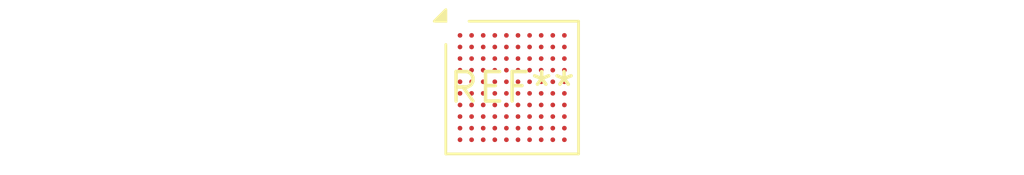
<source format=kicad_pcb>
(kicad_pcb (version 20240108) (generator pcbnew)
  (layers (0 "F.Cu" signal) (31 "B.Cu" signal) (34 "B.Paste" user) (35 "F.Paste" user) (36 "B.SilkS" user "B.Silkscreen") (37 "F.SilkS" user "F.Silkscreen") (38 "B.Mask" user) (39 "F.Mask" user) (44 "Edge.Cuts" user))
  (net 0 "")
  (footprint "TFBGA-100_5.5x5.5mm_Layout10x10_P0.5mm" (layer "F.Cu") (at 0 0)
    (property "Reference" "REF**")
    (property "Value" "TFBGA-100_5.5x5.5mm_Layout10x10_P0.5mm")
    (fp_line (start -2.86 2.86) (end -2.86 -1.86) (layer "F.SilkS") (stroke (width 0.12)))
    (fp_line (start -1.86 -2.86) (end 2.86 -2.86) (layer "F.SilkS") (stroke (width 0.12)))
    (fp_line (start 2.86 -2.86) (end 2.86 2.86) (layer "F.SilkS") (stroke (width 0.12)))
    (fp_line (start 2.86 2.86) (end -2.86 2.86) (layer "F.SilkS") (stroke (width 0.12)))
    (fp_poly (pts (xy -2.86 -2.86) (xy -3.36 -2.86) (xy -2.86 -3.36) (xy -2.86 -2.86)) (layer "F.SilkS") (stroke (width 0.12)) (fill solid))
    (pad "A1" smd circle (at -2.25 -2.25) (size 0.2 0.2) (property pad_prop_bga) (layers "F.Cu" "F.Paste" "F.Mask"))
    (pad "A2" smd circle (at -1.75 -2.25) (size 0.2 0.2) (property pad_prop_bga) (layers "F.Cu" "F.Paste" "F.Mask"))
    (pad "A3" smd circle (at -1.25 -2.25) (size 0.2 0.2) (property pad_prop_bga) (layers "F.Cu" "F.Paste" "F.Mask"))
    (pad "A4" smd circle (at -0.75 -2.25) (size 0.2 0.2) (property pad_prop_bga) (layers "F.Cu" "F.Paste" "F.Mask"))
    (pad "A5" smd circle (at -0.25 -2.25) (size 0.2 0.2) (property pad_prop_bga) (layers "F.Cu" "F.Paste" "F.Mask"))
    (pad "A6" smd circle (at 0.25 -2.25) (size 0.2 0.2) (property pad_prop_bga) (layers "F.Cu" "F.Paste" "F.Mask"))
    (pad "A7" smd circle (at 0.75 -2.25) (size 0.2 0.2) (property pad_prop_bga) (layers "F.Cu" "F.Paste" "F.Mask"))
    (pad "A8" smd circle (at 1.25 -2.25) (size 0.2 0.2) (property pad_prop_bga) (layers "F.Cu" "F.Paste" "F.Mask"))
    (pad "A9" smd circle (at 1.75 -2.25) (size 0.2 0.2) (property pad_prop_bga) (layers "F.Cu" "F.Paste" "F.Mask"))
    (pad "A10" smd circle (at 2.25 -2.25) (size 0.2 0.2) (property pad_prop_bga) (layers "F.Cu" "F.Paste" "F.Mask"))
    (pad "B1" smd circle (at -2.25 -1.75) (size 0.2 0.2) (property pad_prop_bga) (layers "F.Cu" "F.Paste" "F.Mask"))
    (pad "B2" smd circle (at -1.75 -1.75) (size 0.2 0.2) (property pad_prop_bga) (layers "F.Cu" "F.Paste" "F.Mask"))
    (pad "B3" smd circle (at -1.25 -1.75) (size 0.2 0.2) (property pad_prop_bga) (layers "F.Cu" "F.Paste" "F.Mask"))
    (pad "B4" smd circle (at -0.75 -1.75) (size 0.2 0.2) (property pad_prop_bga) (layers "F.Cu" "F.Paste" "F.Mask"))
    (pad "B5" smd circle (at -0.25 -1.75) (size 0.2 0.2) (property pad_prop_bga) (layers "F.Cu" "F.Paste" "F.Mask"))
    (pad "B6" smd circle (at 0.25 -1.75) (size 0.2 0.2) (property pad_prop_bga) (layers "F.Cu" "F.Paste" "F.Mask"))
    (pad "B7" smd circle (at 0.75 -1.75) (size 0.2 0.2) (property pad_prop_bga) (layers "F.Cu" "F.Paste" "F.Mask"))
    (pad "B8" smd circle (at 1.25 -1.75) (size 0.2 0.2) (property pad_prop_bga) (layers "F.Cu" "F.Paste" "F.Mask"))
    (pad "B9" smd circle (at 1.75 -1.75) (size 0.2 0.2) (property pad_prop_bga) (layers "F.Cu" "F.Paste" "F.Mask"))
    (pad "B10" smd circle (at 2.25 -1.75) (size 0.2 0.2) (property pad_prop_bga) (layers "F.Cu" "F.Paste" "F.Mask"))
    (pad "C1" smd circle (at -2.25 -1.25) (size 0.2 0.2) (property pad_prop_bga) (layers "F.Cu" "F.Paste" "F.Mask"))
    (pad "C2" smd circle (at -1.75 -1.25) (size 0.2 0.2) (property pad_prop_bga) (layers "F.Cu" "F.Paste" "F.Mask"))
    (pad "C3" smd circle (at -1.25 -1.25) (size 0.2 0.2) (property pad_prop_bga) (layers "F.Cu" "F.Paste" "F.Mask"))
    (pad "C4" smd circle (at -0.75 -1.25) (size 0.2 0.2) (property pad_prop_bga) (layers "F.Cu" "F.Paste" "F.Mask"))
    (pad "C5" smd circle (at -0.25 -1.25) (size 0.2 0.2) (property pad_prop_bga) (layers "F.Cu" "F.Paste" "F.Mask"))
    (pad "C6" smd circle (at 0.25 -1.25) (size 0.2 0.2) (property pad_prop_bga) (layers "F.Cu" "F.Paste" "F.Mask"))
    (pad "C7" smd circle (at 0.75 -1.25) (size 0.2 0.2) (property pad_prop_bga) (layers "F.Cu" "F.Paste" "F.Mask"))
    (pad "C8" smd circle (at 1.25 -1.25) (size 0.2 0.2) (property pad_prop_bga) (layers "F.Cu" "F.Paste" "F.Mask"))
    (pad "C9" smd circle (at 1.75 -1.25) (size 0.2 0.2) (property pad_prop_bga) (layers "F.Cu" "F.Paste" "F.Mask"))
    (pad "C10" smd circle (at 2.25 -1.25) (size 0.2 0.2) (property pad_prop_bga) (layers "F.Cu" "F.Paste" "F.Mask"))
    (pad "D1" smd circle (at -2.25 -0.75) (size 0.2 0.2) (property pad_prop_bga) (layers "F.Cu" "F.Paste" "F.Mask"))
    (pad "D2" smd circle (at -1.75 -0.75) (size 0.2 0.2) (property pad_prop_bga) (layers "F.Cu" "F.Paste" "F.Mask"))
    (pad "D3" smd circle (at -1.25 -0.75) (size 0.2 0.2) (property pad_prop_bga) (layers "F.Cu" "F.Paste" "F.Mask"))
    (pad "D4" smd circle (at -0.75 -0.75) (size 0.2 0.2) (property pad_prop_bga) (layers "F.Cu" "F.Paste" "F.Mask"))
    (pad "D5" smd circle (at -0.25 -0.75) (size 0.2 0.2) (property pad_prop_bga) (layers "F.Cu" "F.Paste" "F.Mask"))
    (pad "D6" smd circle (at 0.25 -0.75) (size 0.2 0.2) (property pad_prop_bga) (layers "F.Cu" "F.Paste" "F.Mask"))
    (pad "D7" smd circle (at 0.75 -0.75) (size 0.2 0.2) (property pad_prop_bga) (layers "F.Cu" "F.Paste" "F.Mask"))
    (pad "D8" smd circle (at 1.25 -0.75) (size 0.2 0.2) (property pad_prop_bga) (layers "F.Cu" "F.Paste" "F.Mask"))
    (pad "D9" smd circle (at 1.75 -0.75) (size 0.2 0.2) (property pad_prop_bga) (layers "F.Cu" "F.Paste" "F.Mask"))
    (pad "D10" smd circle (at 2.25 -0.75) (size 0.2 0.2) (property pad_prop_bga) (layers "F.Cu" "F.Paste" "F.Mask"))
    (pad "E1" smd circle (at -2.25 -0.25) (size 0.2 0.2) (property pad_prop_bga) (layers "F.Cu" "F.Paste" "F.Mask"))
    (pad "E2" smd circle (at -1.75 -0.25) (size 0.2 0.2) (property pad_prop_bga) (layers "F.Cu" "F.Paste" "F.Mask"))
    (pad "E3" smd circle (at -1.25 -0.25) (size 0.2 0.2) (property pad_prop_bga) (layers "F.Cu" "F.Paste" "F.Mask"))
    (pad "E4" smd circle (at -0.75 -0.25) (size 0.2 0.2) (property pad_prop_bga) (layers "F.Cu" "F.Paste" "F.Mask"))
    (pad "E5" smd circle (at -0.25 -0.25) (size 0.2 0.2) (property pad_prop_bga) (layers "F.Cu" "F.Paste" "F.Mask"))
    (pad "E6" smd circle (at 0.25 -0.25) (size 0.2 0.2) (property pad_prop_bga) (layers "F.Cu" "F.Paste" "F.Mask"))
    (pad "E7" smd circle (at 0.75 -0.25) (size 0.2 0.2) (property pad_prop_bga) (layers "F.Cu" "F.Paste" "F.Mask"))
    (pad "E8" smd circle (at 1.25 -0.25) (size 0.2 0.2) (property pad_prop_bga) (layers "F.Cu" "F.Paste" "F.Mask"))
    (pad "E9" smd circle (at 1.75 -0.25) (size 0.2 0.2) (property pad_prop_bga) (layers "F.Cu" "F.Paste" "F.Mask"))
    (pad "E10" smd circle (at 2.25 -0.25) (size 0.2 0.2) (property pad_prop_bga) (layers "F.Cu" "F.Paste" "F.Mask"))
    (pad "F1" smd circle (at -2.25 0.25) (size 0.2 0.2) (property pad_prop_bga) (layers "F.Cu" "F.Paste" "F.Mask"))
    (pad "F2" smd circle (at -1.75 0.25) (size 0.2 0.2) (property pad_prop_bga) (layers "F.Cu" "F.Paste" "F.Mask"))
    (pad "F3" smd circle (at -1.25 0.25) (size 0.2 0.2) (property pad_prop_bga) (layers "F.Cu" "F.Paste" "F.Mask"))
    (pad "F4" smd circle (at -0.75 0.25) (size 0.2 0.2) (property pad_prop_bga) (layers "F.Cu" "F.Paste" "F.Mask"))
    (pad "F5" smd circle (at -0.25 0.25) (size 0.2 0.2) (property pad_prop_bga) (layers "F.Cu" "F.Paste" "F.Mask"))
    (pad "F6" smd circle (at 0.25 0.25) (size 0.2 0.2) (property pad_prop_bga) (layers "F.Cu" "F.Paste" "F.Mask"))
    (pad "F7" smd circle (at 0.75 0.25) (size 0.2 0.2) (property pad_prop_bga) (layers "F.Cu" "F.Paste" "F.Mask"))
    (pad "F8" smd circle (at 1.25 0.25) (size 0.2 0.2) (property pad_prop_bga) (layers "F.Cu" "F.Paste" "F.Mask"))
    (pad "F9" smd circle (at 1.75 0.25) (size 0.2 0.2) (property pad_prop_bga) (layers "F.Cu" "F.Paste" "F.Mask"))
    (pad "F10" smd circle (at 2.25 0.25) (size 0.2 0.2) (property pad_prop_bga) (layers "F.Cu" "F.Paste" "F.Mask"))
    (pad "G1" smd circle (at -2.25 0.75) (size 0.2 0.2) (property pad_prop_bga) (layers "F.Cu" "F.Paste" "F.Mask"))
    (pad "G2" smd circle (at -1.75 0.75) (size 0.2 0.2) (property pad_prop_bga) (layers "F.Cu" "F.Paste" "F.Mask"))
    (pad "G3" smd circle (at -1.25 0.75) (size 0.2 0.2) (property pad_prop_bga) (layers "F.Cu" "F.Paste" "F.Mask"))
    (pad "G4" smd circle (at -0.75 0.75) (size 0.2 0.2) (property pad_prop_bga) (layers "F.Cu" "F.Paste" "F.Mask"))
    (pad "G5" smd circle (at -0.25 0.75) (size 0.2 0.2) (property pad_prop_bga) (layers "F.Cu" "F.Paste" "F.Mask"))
    (pad "G6" smd circle (at 0.25 0.75) (size 0.2 0.2) (property pad_prop_bga) (layers "F.Cu" "F.Paste" "F.Mask"))
    (pad "G7" smd circle (at 0.75 0.75) (size 0.2 0.2) (property pad_prop_bga) (layers "F.Cu" "F.Paste" "F.Mask"))
    (pad "G8" smd circle (at 1.25 0.75) (size 0.2 0.2) (property pad_prop_bga) (layers "F.Cu" "F.Paste" "F.Mask"))
    (pad "G9" smd circle (at 1.75 0.75) (size 0.2 0.2) (property pad_prop_bga) (layers "F.Cu" "F.Paste" "F.Mask"))
    (pad "G10" smd circle (at 2.25 0.75) (size 0.2 0.2) (property pad_prop_bga) (layers "F.Cu" "F.Paste" "F.Mask"))
    (pad "H1" smd circle (at -2.25 1.25) (size 0.2 0.2) (property pad_prop_bga) (layers "F.Cu" "F.Paste" "F.Mask"))
    (pad "H2" smd circle (at -1.75 1.25) (size 0.2 0.2) (property pad_prop_bga) (layers "F.Cu" "F.Paste" "F.Mask"))
    (pad "H3" smd circle (at -1.25 1.25) (size 0.2 0.2) (property pad_prop_bga) (layers "F.Cu" "F.Paste" "F.Mask"))
    (pad "H4" smd circle (at -0.75 1.25) (size 0.2 0.2) (property pad_prop_bga) (layers "F.Cu" "F.Paste" "F.Mask"))
    (pad "H5" smd circle (at -0.25 1.25) (size 0.2 0.2) (property pad_prop_bga) (layers "F.Cu" "F.Paste" "F.Mask"))
    (pad "H6" smd circle (at 0.25 1.25) (size 0.2 0.2) (property pad_prop_bga) (layers "F.Cu" "F.Paste" "F.Mask"))
    (pad "H7" smd circle (at 0.75 1.25) (size 0.2 0.2) (property pad_prop_bga) (layers "F.Cu" "F.Paste" "F.Mask"))
    (pad "H8" smd circle (at 1.25 1.25) (size 0.2 0.2) (property pad_prop_bga) (layers "F.Cu" "F.Paste" "F.Mask"))
    (pad "H9" smd circle (at 1.75 1.25) (size 0.2 0.2) (property pad_prop_bga) (layers "F.Cu" "F.Paste" "F.Mask"))
    (pad "H10" smd circle (at 2.25 1.25) (size 0.2 0.2) (property pad_prop_bga) (layers "F.Cu" "F.Paste" "F.Mask"))
    (pad "J1" smd circle (at -2.25 1.75) (size 0.2 0.2) (property pad_prop_bga) (layers "F.Cu" "F.Paste" "F.Mask"))
    (pad "J2" smd circle (at -1.75 1.75) (size 0.2 0.2) (property pad_prop_bga) (layers "F.Cu" "F.Paste" "F.Mask"))
    (pad "J3" smd circle (at -1.25 1.75) (size 0.2 0.2) (property pad_prop_bga) (layers "F.Cu" "F.Paste" "F.Mask"))
    (pad "J4" smd circle (at -0.75 1.75) (size 0.2 0.2) (property pad_prop_bga) (layers "F.Cu" "F.Paste" "F.Mask"))
    (pad "J5" smd circle (at -0.25 1.75) (size 0.2 0.2) (property pad_prop_bga) (layers "F.Cu" "F.Paste" "F.Mask"))
    (pad "J6" smd circle (at 0.25 1.75) (size 0.2 0.2) (property pad_prop_bga) (layers "F.Cu" "F.Paste" "F.Mask"))
    (pad "J7" smd circle (at 0.75 1.75) (size 0.2 0.2) (property pad_prop_bga) (layers "F.Cu" "F.Paste" "F.Mask"))
    (pad "J8" smd circle (at 1.25 1.75) (size 0.2 0.2) (property pad_prop_bga) (layers "F.Cu" "F.Paste" "F.Mask"))
    (pad "J9" smd circle (at 1.75 1.75) (size 0.2 0.2) (property pad_prop_bga) (layers "F.Cu" "F.Paste" "F.Mask"))
    (pad "J10" smd circle (at 2.25 1.75) (size 0.2 0.2) (property pad_prop_bga) (layers "F.Cu" "F.Paste" "F.Mask"))
    (pad "K1" smd circle (at -2.25 2.25) (size 0.2 0.2) (property pad_prop_bga) (layers "F.Cu" "F.Paste" "F.Mask"))
    (pad "K2" smd circle (at -1.75 2.25) (size 0.2 0.2) (property pad_prop_bga) (layers "F.Cu" "F.Paste" "F.Mask"))
    (pad "K3" smd circle (at -1.25 2.25) (size 0.2 0.2) (property pad_prop_bga) (layers "F.Cu" "F.Paste" "F.Mask"))
    (pad "K4" smd circle (at -0.75 2.25) (size 0.2 0.2) (property pad_prop_bga) (layers "F.Cu" "F.Paste" "F.Mask"))
    (pad "K5" smd circle (at -0.25 2.25) (size 0.2 0.2) (property pad_prop_bga) (layers "F.Cu" "F.Paste" "F.Mask"))
    (pad "K6" smd circle (at 0.25 2.25) (size 0.2 0.2) (property pad_prop_bga) (layers "F.Cu" "F.Paste" "F.Mask"))
    (pad "K7" smd circle (at 0.75 2.25) (size 0.2 0.2) (property pad_prop_bga) (layers "F.Cu" "F.Paste" "F.Mask"))
    (pad "K8" smd circle (at 1.25 2.25) (size 0.2 0.2) (property pad_prop_bga) (layers "F.Cu" "F.Paste" "F.Mask"))
    (pad "K9" smd circle (at 1.75 2.25) (size 0.2 0.2) (property pad_prop_bga) (layers "F.Cu" "F.Paste" "F.Mask"))
    (pad "K10" smd circle (at 2.25 2.25) (size 0.2 0.2) (property pad_prop_bga) (layers "F.Cu" "F.Paste" "F.Mask"))
  )
)
</source>
